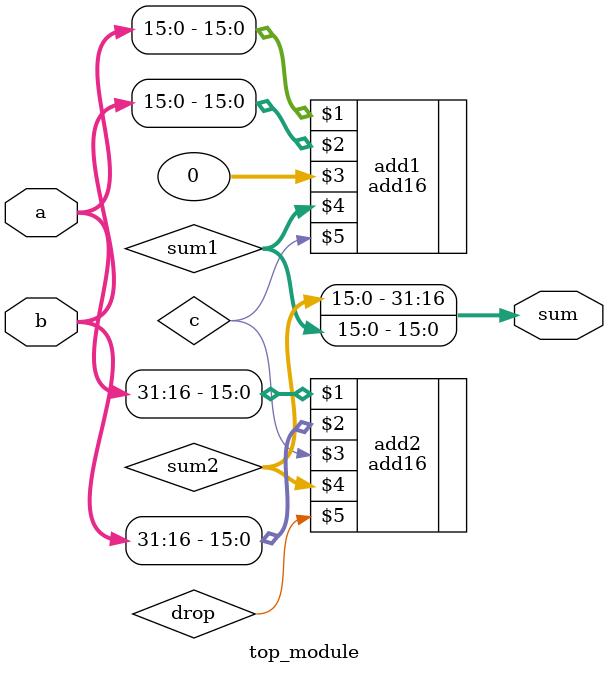
<source format=v>
module top_module(
    input [31:0] a,
    input [31:0] b,
    output [31:0] sum
);
    wire[15:0] sum1,sum2;
    wire c,drop;
    add16 add1(a[15:0],b[15:0],0,sum1,c);
    add16 add2(a[31:16],b[31:16],c,sum2,drop);
    assign sum = {sum2[15:0],sum1[15:0]};
endmodule

</source>
